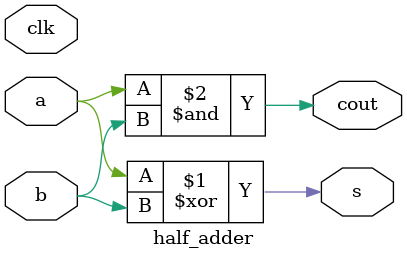
<source format=v>
module full_adder(clk, a,b,cin,s,cout);
	input clk,a,b,cin;
	output s, cout;
	
	assign s = a ^ b ^ cin;
	assign cout = (a & b) | cin & (a | b);
endmodule


module half_adder (clk,a,b,s,cout);
	input clk,a,b;
	output s,cout;
	
	assign s = a ^ b;
	assign cout = a & b;
endmodule	

</source>
